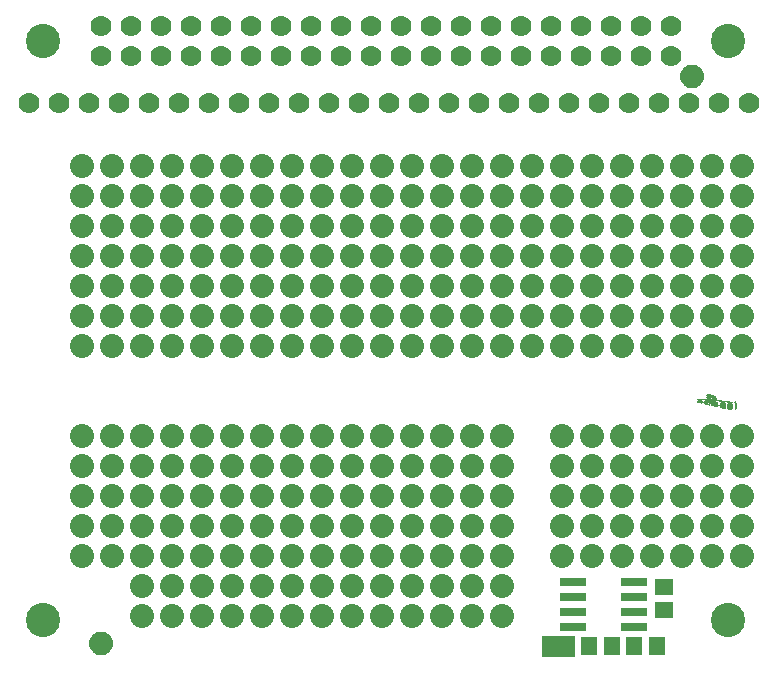
<source format=gbr>
G04 EAGLE Gerber RS-274X export*
G75*
%MOMM*%
%FSLAX34Y34*%
%LPD*%
%INSoldermask Top*%
%IPPOS*%
%AMOC8*
5,1,8,0,0,1.08239X$1,22.5*%
G01*
%ADD10C,2.901600*%
%ADD11C,1.778000*%
%ADD12R,2.301600X0.701600*%
%ADD13R,1.401600X1.601600*%
%ADD14R,1.601600X1.401600*%
%ADD15R,1.270000X1.701800*%
%ADD16R,0.736600X0.304800*%
%ADD17C,1.101600*%
%ADD18C,0.500000*%
%ADD19R,0.025400X0.025400*%
%ADD20R,0.228600X0.025400*%
%ADD21R,0.355600X0.025400*%
%ADD22R,0.050800X0.025400*%
%ADD23R,0.406400X0.025400*%
%ADD24R,0.127000X0.025400*%
%ADD25R,0.457200X0.025400*%
%ADD26R,0.152400X0.025400*%
%ADD27R,0.482600X0.025400*%
%ADD28R,0.279400X0.025400*%
%ADD29R,0.508000X0.025400*%
%ADD30R,0.177800X0.025400*%
%ADD31R,0.431800X0.025400*%
%ADD32R,0.533400X0.025400*%
%ADD33R,0.203200X0.025400*%
%ADD34R,0.584200X0.025400*%
%ADD35R,0.558800X0.025400*%
%ADD36R,0.304800X0.025400*%
%ADD37R,0.609600X0.025400*%
%ADD38R,0.381000X0.025400*%
%ADD39R,0.330200X0.025400*%
%ADD40R,0.101600X0.025400*%
%ADD41R,0.254000X0.025400*%
%ADD42R,0.076200X0.025400*%
%ADD43C,2.032000*%

G36*
X483988Y3826D02*
X483988Y3826D01*
X484107Y3833D01*
X484145Y3846D01*
X484186Y3851D01*
X484296Y3894D01*
X484409Y3931D01*
X484444Y3953D01*
X484481Y3968D01*
X484577Y4038D01*
X484678Y4101D01*
X484706Y4131D01*
X484739Y4154D01*
X484815Y4246D01*
X484896Y4333D01*
X484916Y4368D01*
X484941Y4399D01*
X484992Y4507D01*
X485050Y4611D01*
X485060Y4651D01*
X485077Y4687D01*
X485099Y4804D01*
X485129Y4919D01*
X485133Y4980D01*
X485137Y5000D01*
X485135Y5020D01*
X485139Y5080D01*
X485139Y20320D01*
X485124Y20438D01*
X485117Y20557D01*
X485104Y20595D01*
X485099Y20636D01*
X485056Y20746D01*
X485019Y20859D01*
X484997Y20894D01*
X484982Y20931D01*
X484913Y21027D01*
X484849Y21128D01*
X484819Y21156D01*
X484796Y21189D01*
X484704Y21265D01*
X484617Y21346D01*
X484582Y21366D01*
X484551Y21391D01*
X484443Y21442D01*
X484339Y21500D01*
X484299Y21510D01*
X484263Y21527D01*
X484146Y21549D01*
X484031Y21579D01*
X483971Y21583D01*
X483951Y21587D01*
X483930Y21585D01*
X483870Y21589D01*
X458470Y21589D01*
X458352Y21574D01*
X458233Y21567D01*
X458195Y21554D01*
X458154Y21549D01*
X458044Y21506D01*
X457931Y21469D01*
X457896Y21447D01*
X457859Y21432D01*
X457763Y21363D01*
X457662Y21299D01*
X457634Y21269D01*
X457601Y21246D01*
X457526Y21154D01*
X457444Y21067D01*
X457424Y21032D01*
X457399Y21001D01*
X457348Y20893D01*
X457290Y20789D01*
X457280Y20749D01*
X457263Y20713D01*
X457241Y20596D01*
X457211Y20481D01*
X457207Y20421D01*
X457203Y20401D01*
X457204Y20394D01*
X457203Y20392D01*
X457204Y20376D01*
X457201Y20320D01*
X457201Y5080D01*
X457216Y4962D01*
X457223Y4843D01*
X457236Y4805D01*
X457241Y4764D01*
X457284Y4654D01*
X457321Y4541D01*
X457343Y4506D01*
X457358Y4469D01*
X457428Y4373D01*
X457491Y4272D01*
X457521Y4244D01*
X457544Y4211D01*
X457636Y4136D01*
X457723Y4054D01*
X457758Y4034D01*
X457789Y4009D01*
X457897Y3958D01*
X458001Y3900D01*
X458041Y3890D01*
X458077Y3873D01*
X458194Y3851D01*
X458309Y3821D01*
X458370Y3817D01*
X458390Y3813D01*
X458410Y3815D01*
X458470Y3811D01*
X483870Y3811D01*
X483988Y3826D01*
G37*
D10*
X35000Y35000D03*
X35000Y525000D03*
X615000Y525000D03*
X615000Y35000D03*
D11*
X83700Y512300D03*
X83700Y537700D03*
X109100Y512300D03*
X109100Y537700D03*
X134500Y512300D03*
X134500Y537700D03*
X159900Y512300D03*
X159900Y537700D03*
X185300Y512300D03*
X185300Y537700D03*
X210700Y512300D03*
X210700Y537700D03*
X236100Y512300D03*
X236100Y537700D03*
X261500Y512300D03*
X261500Y537700D03*
X286900Y512300D03*
X286900Y537700D03*
X312300Y512300D03*
X312300Y537700D03*
X337700Y512300D03*
X337700Y537700D03*
X363100Y512300D03*
X363100Y537700D03*
X388500Y512300D03*
X388500Y537700D03*
X413900Y512300D03*
X413900Y537700D03*
X439300Y512300D03*
X439300Y537700D03*
X464700Y512300D03*
X464700Y537700D03*
X490100Y512300D03*
X490100Y537700D03*
X515500Y512300D03*
X515500Y537700D03*
X540900Y512300D03*
X540900Y537700D03*
X566300Y512300D03*
X566300Y537700D03*
X22860Y472440D03*
X48260Y472440D03*
X73660Y472440D03*
X99060Y472440D03*
X124460Y472440D03*
X149860Y472440D03*
X175260Y472440D03*
X200660Y472440D03*
X226060Y472440D03*
X251460Y472440D03*
X276860Y472440D03*
X302260Y472440D03*
X327660Y472440D03*
X353060Y472440D03*
X378460Y472440D03*
X403860Y472440D03*
X429260Y472440D03*
X454660Y472440D03*
X480060Y472440D03*
X505460Y472440D03*
X530860Y472440D03*
X556260Y472440D03*
X581660Y472440D03*
X607060Y472440D03*
X632460Y472440D03*
D12*
X483270Y54610D03*
X535270Y54610D03*
X483270Y67310D03*
X483270Y41910D03*
X483270Y29210D03*
X535270Y67310D03*
X535270Y41910D03*
X535270Y29210D03*
D13*
X554330Y12700D03*
X535330Y12700D03*
D14*
X560070Y43840D03*
X560070Y62840D03*
D13*
X497230Y12700D03*
X516230Y12700D03*
D15*
X463550Y12700D03*
X478790Y12700D03*
D16*
X471170Y12700D03*
D17*
X83820Y15240D03*
D18*
X83820Y22740D02*
X83639Y22738D01*
X83458Y22731D01*
X83277Y22720D01*
X83096Y22705D01*
X82916Y22685D01*
X82736Y22661D01*
X82557Y22633D01*
X82379Y22600D01*
X82202Y22563D01*
X82025Y22522D01*
X81850Y22477D01*
X81675Y22427D01*
X81502Y22373D01*
X81331Y22315D01*
X81160Y22253D01*
X80992Y22186D01*
X80825Y22116D01*
X80659Y22042D01*
X80496Y21963D01*
X80335Y21881D01*
X80175Y21795D01*
X80018Y21705D01*
X79863Y21611D01*
X79710Y21514D01*
X79560Y21412D01*
X79412Y21308D01*
X79266Y21199D01*
X79124Y21088D01*
X78984Y20972D01*
X78847Y20854D01*
X78712Y20732D01*
X78581Y20607D01*
X78453Y20479D01*
X78328Y20348D01*
X78206Y20213D01*
X78088Y20076D01*
X77972Y19936D01*
X77861Y19794D01*
X77752Y19648D01*
X77648Y19500D01*
X77546Y19350D01*
X77449Y19197D01*
X77355Y19042D01*
X77265Y18885D01*
X77179Y18725D01*
X77097Y18564D01*
X77018Y18401D01*
X76944Y18235D01*
X76874Y18068D01*
X76807Y17900D01*
X76745Y17729D01*
X76687Y17558D01*
X76633Y17385D01*
X76583Y17210D01*
X76538Y17035D01*
X76497Y16858D01*
X76460Y16681D01*
X76427Y16503D01*
X76399Y16324D01*
X76375Y16144D01*
X76355Y15964D01*
X76340Y15783D01*
X76329Y15602D01*
X76322Y15421D01*
X76320Y15240D01*
X83820Y22740D02*
X84001Y22738D01*
X84182Y22731D01*
X84363Y22720D01*
X84544Y22705D01*
X84724Y22685D01*
X84904Y22661D01*
X85083Y22633D01*
X85261Y22600D01*
X85438Y22563D01*
X85615Y22522D01*
X85790Y22477D01*
X85965Y22427D01*
X86138Y22373D01*
X86309Y22315D01*
X86480Y22253D01*
X86648Y22186D01*
X86815Y22116D01*
X86981Y22042D01*
X87144Y21963D01*
X87305Y21881D01*
X87465Y21795D01*
X87622Y21705D01*
X87777Y21611D01*
X87930Y21514D01*
X88080Y21412D01*
X88228Y21308D01*
X88374Y21199D01*
X88516Y21088D01*
X88656Y20972D01*
X88793Y20854D01*
X88928Y20732D01*
X89059Y20607D01*
X89187Y20479D01*
X89312Y20348D01*
X89434Y20213D01*
X89552Y20076D01*
X89668Y19936D01*
X89779Y19794D01*
X89888Y19648D01*
X89992Y19500D01*
X90094Y19350D01*
X90191Y19197D01*
X90285Y19042D01*
X90375Y18885D01*
X90461Y18725D01*
X90543Y18564D01*
X90622Y18401D01*
X90696Y18235D01*
X90766Y18068D01*
X90833Y17900D01*
X90895Y17729D01*
X90953Y17558D01*
X91007Y17385D01*
X91057Y17210D01*
X91102Y17035D01*
X91143Y16858D01*
X91180Y16681D01*
X91213Y16503D01*
X91241Y16324D01*
X91265Y16144D01*
X91285Y15964D01*
X91300Y15783D01*
X91311Y15602D01*
X91318Y15421D01*
X91320Y15240D01*
X91318Y15059D01*
X91311Y14878D01*
X91300Y14697D01*
X91285Y14516D01*
X91265Y14336D01*
X91241Y14156D01*
X91213Y13977D01*
X91180Y13799D01*
X91143Y13622D01*
X91102Y13445D01*
X91057Y13270D01*
X91007Y13095D01*
X90953Y12922D01*
X90895Y12751D01*
X90833Y12580D01*
X90766Y12412D01*
X90696Y12245D01*
X90622Y12079D01*
X90543Y11916D01*
X90461Y11755D01*
X90375Y11595D01*
X90285Y11438D01*
X90191Y11283D01*
X90094Y11130D01*
X89992Y10980D01*
X89888Y10832D01*
X89779Y10686D01*
X89668Y10544D01*
X89552Y10404D01*
X89434Y10267D01*
X89312Y10132D01*
X89187Y10001D01*
X89059Y9873D01*
X88928Y9748D01*
X88793Y9626D01*
X88656Y9508D01*
X88516Y9392D01*
X88374Y9281D01*
X88228Y9172D01*
X88080Y9068D01*
X87930Y8966D01*
X87777Y8869D01*
X87622Y8775D01*
X87465Y8685D01*
X87305Y8599D01*
X87144Y8517D01*
X86981Y8438D01*
X86815Y8364D01*
X86648Y8294D01*
X86480Y8227D01*
X86309Y8165D01*
X86138Y8107D01*
X85965Y8053D01*
X85790Y8003D01*
X85615Y7958D01*
X85438Y7917D01*
X85261Y7880D01*
X85083Y7847D01*
X84904Y7819D01*
X84724Y7795D01*
X84544Y7775D01*
X84363Y7760D01*
X84182Y7749D01*
X84001Y7742D01*
X83820Y7740D01*
X83639Y7742D01*
X83458Y7749D01*
X83277Y7760D01*
X83096Y7775D01*
X82916Y7795D01*
X82736Y7819D01*
X82557Y7847D01*
X82379Y7880D01*
X82202Y7917D01*
X82025Y7958D01*
X81850Y8003D01*
X81675Y8053D01*
X81502Y8107D01*
X81331Y8165D01*
X81160Y8227D01*
X80992Y8294D01*
X80825Y8364D01*
X80659Y8438D01*
X80496Y8517D01*
X80335Y8599D01*
X80175Y8685D01*
X80018Y8775D01*
X79863Y8869D01*
X79710Y8966D01*
X79560Y9068D01*
X79412Y9172D01*
X79266Y9281D01*
X79124Y9392D01*
X78984Y9508D01*
X78847Y9626D01*
X78712Y9748D01*
X78581Y9873D01*
X78453Y10001D01*
X78328Y10132D01*
X78206Y10267D01*
X78088Y10404D01*
X77972Y10544D01*
X77861Y10686D01*
X77752Y10832D01*
X77648Y10980D01*
X77546Y11130D01*
X77449Y11283D01*
X77355Y11438D01*
X77265Y11595D01*
X77179Y11755D01*
X77097Y11916D01*
X77018Y12079D01*
X76944Y12245D01*
X76874Y12412D01*
X76807Y12580D01*
X76745Y12751D01*
X76687Y12922D01*
X76633Y13095D01*
X76583Y13270D01*
X76538Y13445D01*
X76497Y13622D01*
X76460Y13799D01*
X76427Y13977D01*
X76399Y14156D01*
X76375Y14336D01*
X76355Y14516D01*
X76340Y14697D01*
X76329Y14878D01*
X76322Y15059D01*
X76320Y15240D01*
D17*
X584200Y495300D03*
D18*
X584200Y502800D02*
X584019Y502798D01*
X583838Y502791D01*
X583657Y502780D01*
X583476Y502765D01*
X583296Y502745D01*
X583116Y502721D01*
X582937Y502693D01*
X582759Y502660D01*
X582582Y502623D01*
X582405Y502582D01*
X582230Y502537D01*
X582055Y502487D01*
X581882Y502433D01*
X581711Y502375D01*
X581540Y502313D01*
X581372Y502246D01*
X581205Y502176D01*
X581039Y502102D01*
X580876Y502023D01*
X580715Y501941D01*
X580555Y501855D01*
X580398Y501765D01*
X580243Y501671D01*
X580090Y501574D01*
X579940Y501472D01*
X579792Y501368D01*
X579646Y501259D01*
X579504Y501148D01*
X579364Y501032D01*
X579227Y500914D01*
X579092Y500792D01*
X578961Y500667D01*
X578833Y500539D01*
X578708Y500408D01*
X578586Y500273D01*
X578468Y500136D01*
X578352Y499996D01*
X578241Y499854D01*
X578132Y499708D01*
X578028Y499560D01*
X577926Y499410D01*
X577829Y499257D01*
X577735Y499102D01*
X577645Y498945D01*
X577559Y498785D01*
X577477Y498624D01*
X577398Y498461D01*
X577324Y498295D01*
X577254Y498128D01*
X577187Y497960D01*
X577125Y497789D01*
X577067Y497618D01*
X577013Y497445D01*
X576963Y497270D01*
X576918Y497095D01*
X576877Y496918D01*
X576840Y496741D01*
X576807Y496563D01*
X576779Y496384D01*
X576755Y496204D01*
X576735Y496024D01*
X576720Y495843D01*
X576709Y495662D01*
X576702Y495481D01*
X576700Y495300D01*
X584200Y502800D02*
X584381Y502798D01*
X584562Y502791D01*
X584743Y502780D01*
X584924Y502765D01*
X585104Y502745D01*
X585284Y502721D01*
X585463Y502693D01*
X585641Y502660D01*
X585818Y502623D01*
X585995Y502582D01*
X586170Y502537D01*
X586345Y502487D01*
X586518Y502433D01*
X586689Y502375D01*
X586860Y502313D01*
X587028Y502246D01*
X587195Y502176D01*
X587361Y502102D01*
X587524Y502023D01*
X587685Y501941D01*
X587845Y501855D01*
X588002Y501765D01*
X588157Y501671D01*
X588310Y501574D01*
X588460Y501472D01*
X588608Y501368D01*
X588754Y501259D01*
X588896Y501148D01*
X589036Y501032D01*
X589173Y500914D01*
X589308Y500792D01*
X589439Y500667D01*
X589567Y500539D01*
X589692Y500408D01*
X589814Y500273D01*
X589932Y500136D01*
X590048Y499996D01*
X590159Y499854D01*
X590268Y499708D01*
X590372Y499560D01*
X590474Y499410D01*
X590571Y499257D01*
X590665Y499102D01*
X590755Y498945D01*
X590841Y498785D01*
X590923Y498624D01*
X591002Y498461D01*
X591076Y498295D01*
X591146Y498128D01*
X591213Y497960D01*
X591275Y497789D01*
X591333Y497618D01*
X591387Y497445D01*
X591437Y497270D01*
X591482Y497095D01*
X591523Y496918D01*
X591560Y496741D01*
X591593Y496563D01*
X591621Y496384D01*
X591645Y496204D01*
X591665Y496024D01*
X591680Y495843D01*
X591691Y495662D01*
X591698Y495481D01*
X591700Y495300D01*
X591698Y495119D01*
X591691Y494938D01*
X591680Y494757D01*
X591665Y494576D01*
X591645Y494396D01*
X591621Y494216D01*
X591593Y494037D01*
X591560Y493859D01*
X591523Y493682D01*
X591482Y493505D01*
X591437Y493330D01*
X591387Y493155D01*
X591333Y492982D01*
X591275Y492811D01*
X591213Y492640D01*
X591146Y492472D01*
X591076Y492305D01*
X591002Y492139D01*
X590923Y491976D01*
X590841Y491815D01*
X590755Y491655D01*
X590665Y491498D01*
X590571Y491343D01*
X590474Y491190D01*
X590372Y491040D01*
X590268Y490892D01*
X590159Y490746D01*
X590048Y490604D01*
X589932Y490464D01*
X589814Y490327D01*
X589692Y490192D01*
X589567Y490061D01*
X589439Y489933D01*
X589308Y489808D01*
X589173Y489686D01*
X589036Y489568D01*
X588896Y489452D01*
X588754Y489341D01*
X588608Y489232D01*
X588460Y489128D01*
X588310Y489026D01*
X588157Y488929D01*
X588002Y488835D01*
X587845Y488745D01*
X587685Y488659D01*
X587524Y488577D01*
X587361Y488498D01*
X587195Y488424D01*
X587028Y488354D01*
X586860Y488287D01*
X586689Y488225D01*
X586518Y488167D01*
X586345Y488113D01*
X586170Y488063D01*
X585995Y488018D01*
X585818Y487977D01*
X585641Y487940D01*
X585463Y487907D01*
X585284Y487879D01*
X585104Y487855D01*
X584924Y487835D01*
X584743Y487820D01*
X584562Y487809D01*
X584381Y487802D01*
X584200Y487800D01*
X584019Y487802D01*
X583838Y487809D01*
X583657Y487820D01*
X583476Y487835D01*
X583296Y487855D01*
X583116Y487879D01*
X582937Y487907D01*
X582759Y487940D01*
X582582Y487977D01*
X582405Y488018D01*
X582230Y488063D01*
X582055Y488113D01*
X581882Y488167D01*
X581711Y488225D01*
X581540Y488287D01*
X581372Y488354D01*
X581205Y488424D01*
X581039Y488498D01*
X580876Y488577D01*
X580715Y488659D01*
X580555Y488745D01*
X580398Y488835D01*
X580243Y488929D01*
X580090Y489026D01*
X579940Y489128D01*
X579792Y489232D01*
X579646Y489341D01*
X579504Y489452D01*
X579364Y489568D01*
X579227Y489686D01*
X579092Y489808D01*
X578961Y489933D01*
X578833Y490061D01*
X578708Y490192D01*
X578586Y490327D01*
X578468Y490464D01*
X578352Y490604D01*
X578241Y490746D01*
X578132Y490892D01*
X578028Y491040D01*
X577926Y491190D01*
X577829Y491343D01*
X577735Y491498D01*
X577645Y491655D01*
X577559Y491815D01*
X577477Y491976D01*
X577398Y492139D01*
X577324Y492305D01*
X577254Y492472D01*
X577187Y492640D01*
X577125Y492811D01*
X577067Y492982D01*
X577013Y493155D01*
X576963Y493330D01*
X576918Y493505D01*
X576877Y493682D01*
X576840Y493859D01*
X576807Y494037D01*
X576779Y494216D01*
X576755Y494396D01*
X576735Y494576D01*
X576720Y494757D01*
X576709Y494938D01*
X576702Y495119D01*
X576700Y495300D01*
D19*
X617728Y212598D03*
D20*
X617220Y212852D03*
D21*
X616585Y213106D03*
D22*
X621665Y213106D03*
D23*
X616585Y213360D03*
D24*
X621538Y213360D03*
D25*
X616585Y213614D03*
D26*
X621411Y213614D03*
X611505Y213868D03*
D27*
X616712Y213868D03*
D26*
X621411Y213868D03*
D28*
X611124Y214122D03*
D29*
X616585Y214122D03*
D30*
X621284Y214122D03*
D31*
X610616Y214376D03*
D32*
X616712Y214376D03*
D30*
X621284Y214376D03*
D32*
X610108Y214630D03*
X616712Y214630D03*
D33*
X621157Y214630D03*
D34*
X610108Y214884D03*
D32*
X616712Y214884D03*
D33*
X621157Y214884D03*
D22*
X605409Y215138D03*
D34*
X610108Y215138D03*
D35*
X616585Y215138D03*
D33*
X621157Y215138D03*
D30*
X605028Y215392D03*
D34*
X610108Y215392D03*
D35*
X616585Y215392D03*
D33*
X621157Y215392D03*
D36*
X604647Y215646D03*
D34*
X610108Y215646D03*
D35*
X616585Y215646D03*
D33*
X621157Y215646D03*
D31*
X604012Y215900D03*
D37*
X609981Y215900D03*
D32*
X616712Y215900D03*
D33*
X621157Y215900D03*
D35*
X603631Y216154D03*
D34*
X610108Y216154D03*
D32*
X616712Y216154D03*
D33*
X621157Y216154D03*
D34*
X603504Y216408D03*
X610108Y216408D03*
D29*
X616585Y216408D03*
D33*
X621157Y216408D03*
D22*
X599059Y216662D03*
D37*
X603377Y216662D03*
D34*
X610108Y216662D03*
D27*
X616712Y216662D03*
D33*
X621157Y216662D03*
D30*
X598678Y216916D03*
D27*
X604012Y216916D03*
D34*
X610108Y216916D03*
D25*
X616585Y216916D03*
D33*
X621157Y216916D03*
D20*
X597916Y217170D03*
D23*
X604393Y217170D03*
D32*
X610108Y217170D03*
D31*
X616712Y217170D03*
D30*
X621284Y217170D03*
X600710Y217424D03*
D28*
X597154Y217424D03*
D21*
X604647Y217424D03*
D32*
X610108Y217424D03*
D38*
X616712Y217424D03*
D30*
X621284Y217424D03*
D36*
X600837Y217678D03*
D39*
X596392Y217678D03*
X604774Y217678D03*
D27*
X610108Y217678D03*
D39*
X616712Y217678D03*
D26*
X621411Y217678D03*
D23*
X600583Y217932D03*
D38*
X595884Y217932D03*
D39*
X604774Y217932D03*
D31*
X610108Y217932D03*
D28*
X616712Y217932D03*
D26*
X621411Y217932D03*
D23*
X600837Y218186D03*
D22*
X592963Y218186D03*
D38*
X595884Y218186D03*
D26*
X605409Y218186D03*
D38*
X610108Y218186D03*
D30*
X616712Y218186D03*
D24*
X621538Y218186D03*
D23*
X600583Y218440D03*
D26*
X592455Y218440D03*
D21*
X595757Y218440D03*
D24*
X605536Y218440D03*
D39*
X610108Y218440D03*
D22*
X621665Y218440D03*
D25*
X600329Y218694D03*
D40*
X603885Y218694D03*
D41*
X591947Y218694D03*
D39*
X595630Y218694D03*
D42*
X605536Y218694D03*
D20*
X610108Y218694D03*
D27*
X600202Y218948D03*
D26*
X603885Y218948D03*
D21*
X591185Y218948D03*
D36*
X595503Y218948D03*
D19*
X605536Y218948D03*
D42*
X610108Y218948D03*
D25*
X600075Y219202D03*
D30*
X604012Y219202D03*
D31*
X616458Y219202D03*
D22*
X620395Y219202D03*
D25*
X590677Y219202D03*
D28*
X595630Y219202D03*
D25*
X600075Y219456D03*
D20*
X604012Y219456D03*
D34*
X614172Y219456D03*
D25*
X590677Y219456D03*
D41*
X595757Y219456D03*
D25*
X599821Y219710D03*
D20*
X604012Y219710D03*
D29*
X611759Y219710D03*
D19*
X621538Y219710D03*
D31*
X590550Y219710D03*
D20*
X595630Y219710D03*
D27*
X599694Y219964D03*
D41*
X603885Y219964D03*
D27*
X609600Y219964D03*
D23*
X590677Y219964D03*
D33*
X595757Y219964D03*
D27*
X599440Y220218D03*
D36*
X603885Y220218D03*
D23*
X607949Y220218D03*
D21*
X590677Y220218D03*
D26*
X595757Y220218D03*
D31*
X599694Y220472D03*
D36*
X603885Y220472D03*
D20*
X607060Y220472D03*
D36*
X590677Y220472D03*
D40*
X596011Y220472D03*
D31*
X599440Y220726D03*
D39*
X603758Y220726D03*
D22*
X606171Y220726D03*
D41*
X590677Y220726D03*
D22*
X596265Y220726D03*
D25*
X599313Y220980D03*
D21*
X603631Y220980D03*
D26*
X590677Y220980D03*
D25*
X599059Y221234D03*
D21*
X603631Y221234D03*
D19*
X589026Y221488D03*
X589534Y221488D03*
D33*
X594995Y221488D03*
D31*
X598932Y221488D03*
D38*
X603504Y221488D03*
D37*
X592963Y221742D03*
D38*
X598932Y221742D03*
X603250Y221742D03*
X598932Y221996D03*
D23*
X603123Y221996D03*
D38*
X598678Y222250D03*
D23*
X603123Y222250D03*
D21*
X598551Y222504D03*
D38*
X602742Y222504D03*
D19*
X605028Y222504D03*
X596646Y222758D03*
D39*
X598678Y222758D03*
D38*
X602488Y222758D03*
D36*
X598551Y223012D03*
D23*
X602361Y223012D03*
D36*
X598297Y223266D03*
D31*
X602234Y223266D03*
D28*
X598170Y223520D03*
D38*
X601726Y223520D03*
D19*
X604266Y223520D03*
D33*
X598297Y223774D03*
D23*
X601599Y223774D03*
D35*
X600075Y224028D03*
D19*
X603504Y224028D03*
D34*
X599948Y224282D03*
D29*
X599567Y224536D03*
D19*
X602488Y224536D03*
X597154Y224790D03*
D31*
X599694Y224790D03*
D19*
X602234Y224790D03*
D39*
X599186Y225044D03*
D22*
X601345Y225044D03*
D20*
X598678Y225298D03*
D22*
X600329Y225298D03*
D40*
X598043Y225552D03*
D42*
X599186Y225552D03*
D19*
X597916Y225806D03*
D22*
X598805Y225806D03*
D43*
X67310Y88900D03*
X67310Y114300D03*
X67310Y139700D03*
X67310Y165100D03*
X67310Y190500D03*
X92710Y88900D03*
X92710Y114300D03*
X92710Y139700D03*
X92710Y165100D03*
X92710Y190500D03*
X118110Y88900D03*
X118110Y114300D03*
X118110Y139700D03*
X118110Y165100D03*
X118110Y190500D03*
X143510Y88900D03*
X143510Y114300D03*
X143510Y139700D03*
X143510Y165100D03*
X143510Y190500D03*
X168910Y88900D03*
X168910Y114300D03*
X168910Y139700D03*
X168910Y165100D03*
X168910Y190500D03*
X194310Y88900D03*
X194310Y114300D03*
X194310Y139700D03*
X194310Y165100D03*
X194310Y190500D03*
X245110Y88900D03*
X245110Y114300D03*
X245110Y139700D03*
X245110Y165100D03*
X245110Y190500D03*
X219710Y88900D03*
X219710Y114300D03*
X219710Y139700D03*
X219710Y165100D03*
X219710Y190500D03*
X270510Y88900D03*
X270510Y114300D03*
X270510Y139700D03*
X270510Y165100D03*
X270510Y190500D03*
X295910Y88900D03*
X295910Y114300D03*
X295910Y139700D03*
X295910Y165100D03*
X295910Y190500D03*
X321310Y88900D03*
X321310Y114300D03*
X321310Y139700D03*
X321310Y165100D03*
X321310Y190500D03*
X346710Y88900D03*
X346710Y114300D03*
X346710Y139700D03*
X346710Y165100D03*
X346710Y190500D03*
X372110Y88900D03*
X372110Y114300D03*
X372110Y139700D03*
X372110Y165100D03*
X372110Y190500D03*
X397510Y88900D03*
X397510Y114300D03*
X397510Y139700D03*
X397510Y165100D03*
X397510Y190500D03*
X422910Y88900D03*
X422910Y114300D03*
X422910Y139700D03*
X422910Y165100D03*
X422910Y190500D03*
X499110Y88900D03*
X499110Y114300D03*
X499110Y139700D03*
X499110Y165100D03*
X499110Y190500D03*
X473710Y88900D03*
X473710Y114300D03*
X473710Y139700D03*
X473710Y165100D03*
X473710Y190500D03*
X524510Y88900D03*
X524510Y114300D03*
X524510Y139700D03*
X524510Y165100D03*
X524510Y190500D03*
X549910Y88900D03*
X549910Y114300D03*
X549910Y139700D03*
X549910Y165100D03*
X549910Y190500D03*
X600710Y88900D03*
X600710Y114300D03*
X600710Y139700D03*
X600710Y165100D03*
X600710Y190500D03*
X575310Y88900D03*
X575310Y114300D03*
X575310Y139700D03*
X575310Y165100D03*
X575310Y190500D03*
X626110Y88900D03*
X626110Y114300D03*
X626110Y139700D03*
X626110Y190500D03*
X626110Y165100D03*
X626110Y368300D03*
X626110Y342900D03*
X626110Y317500D03*
X626110Y292100D03*
X626110Y266700D03*
X600710Y368300D03*
X600710Y342900D03*
X600710Y317500D03*
X600710Y292100D03*
X600710Y266700D03*
X575310Y368300D03*
X575310Y342900D03*
X575310Y317500D03*
X575310Y292100D03*
X575310Y266700D03*
X549910Y368300D03*
X549910Y342900D03*
X549910Y317500D03*
X549910Y292100D03*
X549910Y266700D03*
X524510Y368300D03*
X524510Y342900D03*
X524510Y317500D03*
X524510Y292100D03*
X524510Y266700D03*
X499110Y368300D03*
X499110Y342900D03*
X499110Y317500D03*
X499110Y292100D03*
X499110Y266700D03*
X473710Y368300D03*
X473710Y342900D03*
X473710Y317500D03*
X473710Y292100D03*
X473710Y266700D03*
X448310Y368300D03*
X448310Y342900D03*
X448310Y317500D03*
X448310Y292100D03*
X448310Y266700D03*
X422910Y368300D03*
X422910Y342900D03*
X422910Y317500D03*
X422910Y292100D03*
X422910Y266700D03*
X372110Y368300D03*
X372110Y342900D03*
X372110Y317500D03*
X372110Y292100D03*
X372110Y266700D03*
X397510Y368300D03*
X397510Y342900D03*
X397510Y317500D03*
X397510Y292100D03*
X397510Y266700D03*
X346710Y368300D03*
X346710Y342900D03*
X346710Y317500D03*
X346710Y292100D03*
X346710Y266700D03*
X321310Y368300D03*
X321310Y342900D03*
X321310Y317500D03*
X321310Y292100D03*
X321310Y266700D03*
X270510Y368300D03*
X270510Y342900D03*
X270510Y317500D03*
X270510Y292100D03*
X270510Y266700D03*
X295910Y368300D03*
X295910Y342900D03*
X295910Y317500D03*
X295910Y292100D03*
X295910Y266700D03*
X245110Y368300D03*
X245110Y342900D03*
X245110Y317500D03*
X245110Y266700D03*
X245110Y292100D03*
X219710Y368300D03*
X219710Y342900D03*
X219710Y317500D03*
X219710Y292100D03*
X219710Y266700D03*
X194310Y368300D03*
X194310Y342900D03*
X194310Y317500D03*
X194310Y292100D03*
X194310Y266700D03*
X168910Y368300D03*
X168910Y342900D03*
X168910Y317500D03*
X168910Y292100D03*
X168910Y266700D03*
X118110Y368300D03*
X118110Y342900D03*
X118110Y317500D03*
X118110Y292100D03*
X118110Y266700D03*
X143510Y368300D03*
X143510Y342900D03*
X143510Y317500D03*
X143510Y292100D03*
X143510Y266700D03*
X92710Y368300D03*
X92710Y342900D03*
X92710Y317500D03*
X92710Y292100D03*
X92710Y266700D03*
X67310Y368300D03*
X67310Y342900D03*
X67310Y317500D03*
X67310Y292100D03*
X67310Y266700D03*
X422910Y63500D03*
X397510Y63500D03*
X372110Y63500D03*
X346710Y63500D03*
X295910Y63500D03*
X321310Y63500D03*
X270510Y63500D03*
X245110Y63500D03*
X219710Y63500D03*
X194310Y63500D03*
X168910Y63500D03*
X143510Y63500D03*
X118110Y63500D03*
X67310Y419100D03*
X92710Y419100D03*
X118110Y419100D03*
X143510Y419100D03*
X168910Y419100D03*
X194310Y419100D03*
X219710Y419100D03*
X245110Y419100D03*
X270510Y419100D03*
X295910Y419100D03*
X321310Y419100D03*
X346710Y419100D03*
X372110Y419100D03*
X397510Y419100D03*
X422910Y419100D03*
X448310Y419100D03*
X473710Y419100D03*
X499110Y419100D03*
X524510Y419100D03*
X549910Y419100D03*
X575310Y419100D03*
X600710Y419100D03*
X626110Y419100D03*
X626110Y393700D03*
X600710Y393700D03*
X575310Y393700D03*
X549910Y393700D03*
X524510Y393700D03*
X499110Y393700D03*
X473710Y393700D03*
X448310Y393700D03*
X422910Y393700D03*
X397510Y393700D03*
X372110Y393700D03*
X346710Y393700D03*
X321310Y393700D03*
X295910Y393700D03*
X245110Y393700D03*
X270510Y393700D03*
X219710Y393700D03*
X194310Y393700D03*
X168910Y393700D03*
X143510Y393700D03*
X118110Y393700D03*
X92710Y393700D03*
X67310Y393700D03*
X118110Y38100D03*
X143510Y38100D03*
X168910Y38100D03*
X194310Y38100D03*
X219710Y38100D03*
X245110Y38100D03*
X270510Y38100D03*
X295910Y38100D03*
X321310Y38100D03*
X346710Y38100D03*
X372110Y38100D03*
X397510Y38100D03*
X422910Y38100D03*
M02*

</source>
